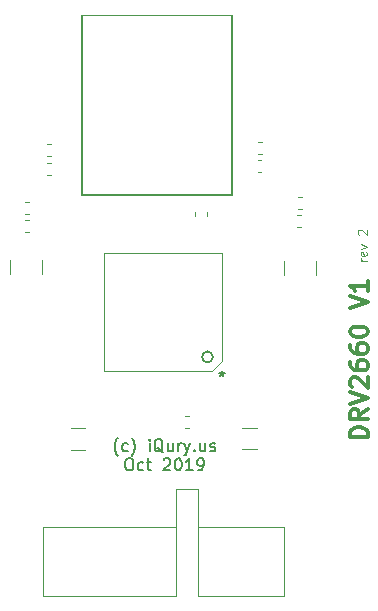
<source format=gto>
G04 #@! TF.GenerationSoftware,KiCad,Pcbnew,(5.1.0-1558-g0ba0c1724)*
G04 #@! TF.CreationDate,2019-10-02T21:32:34-07:00*
G04 #@! TF.ProjectId,TMC2660_Driver,544d4332-3636-4305-9f44-72697665722e,rev?*
G04 #@! TF.SameCoordinates,Original*
G04 #@! TF.FileFunction,Legend,Top*
G04 #@! TF.FilePolarity,Positive*
%FSLAX46Y46*%
G04 Gerber Fmt 4.6, Leading zero omitted, Abs format (unit mm)*
G04 Created by KiCad (PCBNEW (5.1.0-1558-g0ba0c1724)) date 2019-10-02 21:32:34*
%MOMM*%
%LPD*%
G04 APERTURE LIST*
%ADD10C,0.150000*%
%ADD11C,0.100000*%
%ADD12C,0.300000*%
%ADD13C,0.120000*%
%ADD14C,0.152400*%
G04 APERTURE END LIST*
D10*
X132080000Y-94956380D02*
X132080000Y-95194476D01*
X131841904Y-95099238D02*
X132080000Y-95194476D01*
X132318095Y-95099238D01*
X131937142Y-95384952D02*
X132080000Y-95194476D01*
X132222857Y-95384952D01*
X123301619Y-102136333D02*
X123254000Y-102088714D01*
X123158761Y-101945857D01*
X123111142Y-101850619D01*
X123063523Y-101707761D01*
X123015904Y-101469666D01*
X123015904Y-101279190D01*
X123063523Y-101041095D01*
X123111142Y-100898238D01*
X123158761Y-100803000D01*
X123254000Y-100660142D01*
X123301619Y-100612523D01*
X124111142Y-101707761D02*
X124015904Y-101755380D01*
X123825428Y-101755380D01*
X123730190Y-101707761D01*
X123682571Y-101660142D01*
X123634952Y-101564904D01*
X123634952Y-101279190D01*
X123682571Y-101183952D01*
X123730190Y-101136333D01*
X123825428Y-101088714D01*
X124015904Y-101088714D01*
X124111142Y-101136333D01*
X124444476Y-102136333D02*
X124492095Y-102088714D01*
X124587333Y-101945857D01*
X124634952Y-101850619D01*
X124682571Y-101707761D01*
X124730190Y-101469666D01*
X124730190Y-101279190D01*
X124682571Y-101041095D01*
X124634952Y-100898238D01*
X124587333Y-100803000D01*
X124492095Y-100660142D01*
X124444476Y-100612523D01*
X125968285Y-101755380D02*
X125968285Y-101088714D01*
X125968285Y-100755380D02*
X125920666Y-100803000D01*
X125968285Y-100850619D01*
X126015904Y-100803000D01*
X125968285Y-100755380D01*
X125968285Y-100850619D01*
X127111142Y-101850619D02*
X127015904Y-101803000D01*
X126920666Y-101707761D01*
X126777809Y-101564904D01*
X126682571Y-101517285D01*
X126587333Y-101517285D01*
X126634952Y-101755380D02*
X126539714Y-101707761D01*
X126444476Y-101612523D01*
X126396857Y-101422047D01*
X126396857Y-101088714D01*
X126444476Y-100898238D01*
X126539714Y-100803000D01*
X126634952Y-100755380D01*
X126825428Y-100755380D01*
X126920666Y-100803000D01*
X127015904Y-100898238D01*
X127063523Y-101088714D01*
X127063523Y-101422047D01*
X127015904Y-101612523D01*
X126920666Y-101707761D01*
X126825428Y-101755380D01*
X126634952Y-101755380D01*
X127920666Y-101088714D02*
X127920666Y-101755380D01*
X127492095Y-101088714D02*
X127492095Y-101612523D01*
X127539714Y-101707761D01*
X127634952Y-101755380D01*
X127777809Y-101755380D01*
X127873047Y-101707761D01*
X127920666Y-101660142D01*
X128396857Y-101755380D02*
X128396857Y-101088714D01*
X128396857Y-101279190D02*
X128444476Y-101183952D01*
X128492095Y-101136333D01*
X128587333Y-101088714D01*
X128682571Y-101088714D01*
X128920666Y-101088714D02*
X129158761Y-101755380D01*
X129396857Y-101088714D02*
X129158761Y-101755380D01*
X129063523Y-101993476D01*
X129015904Y-102041095D01*
X128920666Y-102088714D01*
X129777809Y-101660142D02*
X129825428Y-101707761D01*
X129777809Y-101755380D01*
X129730190Y-101707761D01*
X129777809Y-101660142D01*
X129777809Y-101755380D01*
X130682571Y-101088714D02*
X130682571Y-101755380D01*
X130254000Y-101088714D02*
X130254000Y-101612523D01*
X130301619Y-101707761D01*
X130396857Y-101755380D01*
X130539714Y-101755380D01*
X130634952Y-101707761D01*
X130682571Y-101660142D01*
X131111142Y-101707761D02*
X131206380Y-101755380D01*
X131396857Y-101755380D01*
X131492095Y-101707761D01*
X131539714Y-101612523D01*
X131539714Y-101564904D01*
X131492095Y-101469666D01*
X131396857Y-101422047D01*
X131254000Y-101422047D01*
X131158761Y-101374428D01*
X131111142Y-101279190D01*
X131111142Y-101231571D01*
X131158761Y-101136333D01*
X131254000Y-101088714D01*
X131396857Y-101088714D01*
X131492095Y-101136333D01*
X124158761Y-102365380D02*
X124349238Y-102365380D01*
X124444476Y-102413000D01*
X124539714Y-102508238D01*
X124587333Y-102698714D01*
X124587333Y-103032047D01*
X124539714Y-103222523D01*
X124444476Y-103317761D01*
X124349238Y-103365380D01*
X124158761Y-103365380D01*
X124063523Y-103317761D01*
X123968285Y-103222523D01*
X123920666Y-103032047D01*
X123920666Y-102698714D01*
X123968285Y-102508238D01*
X124063523Y-102413000D01*
X124158761Y-102365380D01*
X125444476Y-103317761D02*
X125349238Y-103365380D01*
X125158761Y-103365380D01*
X125063523Y-103317761D01*
X125015904Y-103270142D01*
X124968285Y-103174904D01*
X124968285Y-102889190D01*
X125015904Y-102793952D01*
X125063523Y-102746333D01*
X125158761Y-102698714D01*
X125349238Y-102698714D01*
X125444476Y-102746333D01*
X125730190Y-102698714D02*
X126111142Y-102698714D01*
X125873047Y-102365380D02*
X125873047Y-103222523D01*
X125920666Y-103317761D01*
X126015904Y-103365380D01*
X126111142Y-103365380D01*
X127158761Y-102460619D02*
X127206380Y-102413000D01*
X127301619Y-102365380D01*
X127539714Y-102365380D01*
X127634952Y-102413000D01*
X127682571Y-102460619D01*
X127730190Y-102555857D01*
X127730190Y-102651095D01*
X127682571Y-102793952D01*
X127111142Y-103365380D01*
X127730190Y-103365380D01*
X128349238Y-102365380D02*
X128444476Y-102365380D01*
X128539714Y-102413000D01*
X128587333Y-102460619D01*
X128634952Y-102555857D01*
X128682571Y-102746333D01*
X128682571Y-102984428D01*
X128634952Y-103174904D01*
X128587333Y-103270142D01*
X128539714Y-103317761D01*
X128444476Y-103365380D01*
X128349238Y-103365380D01*
X128254000Y-103317761D01*
X128206380Y-103270142D01*
X128158761Y-103174904D01*
X128111142Y-102984428D01*
X128111142Y-102746333D01*
X128158761Y-102555857D01*
X128206380Y-102460619D01*
X128254000Y-102413000D01*
X128349238Y-102365380D01*
X129634952Y-103365380D02*
X129063523Y-103365380D01*
X129349238Y-103365380D02*
X129349238Y-102365380D01*
X129254000Y-102508238D01*
X129158761Y-102603476D01*
X129063523Y-102651095D01*
X130111142Y-103365380D02*
X130301619Y-103365380D01*
X130396857Y-103317761D01*
X130444476Y-103270142D01*
X130539714Y-103127285D01*
X130587333Y-102936809D01*
X130587333Y-102555857D01*
X130539714Y-102460619D01*
X130492095Y-102413000D01*
X130396857Y-102365380D01*
X130206380Y-102365380D01*
X130111142Y-102413000D01*
X130063523Y-102460619D01*
X130015904Y-102555857D01*
X130015904Y-102793952D01*
X130063523Y-102889190D01*
X130111142Y-102936809D01*
X130206380Y-102984428D01*
X130396857Y-102984428D01*
X130492095Y-102936809D01*
X130539714Y-102889190D01*
X130587333Y-102793952D01*
D11*
X144357285Y-85631571D02*
X143857285Y-85631571D01*
X144000142Y-85631571D02*
X143928714Y-85595857D01*
X143893000Y-85560142D01*
X143857285Y-85488714D01*
X143857285Y-85417285D01*
X144321571Y-84881571D02*
X144357285Y-84953000D01*
X144357285Y-85095857D01*
X144321571Y-85167285D01*
X144250142Y-85203000D01*
X143964428Y-85203000D01*
X143893000Y-85167285D01*
X143857285Y-85095857D01*
X143857285Y-84953000D01*
X143893000Y-84881571D01*
X143964428Y-84845857D01*
X144035857Y-84845857D01*
X144107285Y-85203000D01*
X143857285Y-84595857D02*
X144357285Y-84417285D01*
X143857285Y-84238714D01*
X143678714Y-83417285D02*
X143643000Y-83381571D01*
X143607285Y-83310142D01*
X143607285Y-83131571D01*
X143643000Y-83060142D01*
X143678714Y-83024428D01*
X143750142Y-82988714D01*
X143821571Y-82988714D01*
X143928714Y-83024428D01*
X144357285Y-83453000D01*
X144357285Y-82988714D01*
D12*
X144442571Y-100551428D02*
X142942571Y-100551428D01*
X142942571Y-100194285D01*
X143014000Y-99980000D01*
X143156857Y-99837142D01*
X143299714Y-99765714D01*
X143585428Y-99694285D01*
X143799714Y-99694285D01*
X144085428Y-99765714D01*
X144228285Y-99837142D01*
X144371142Y-99980000D01*
X144442571Y-100194285D01*
X144442571Y-100551428D01*
X144442571Y-98194285D02*
X143728285Y-98694285D01*
X144442571Y-99051428D02*
X142942571Y-99051428D01*
X142942571Y-98480000D01*
X143014000Y-98337142D01*
X143085428Y-98265714D01*
X143228285Y-98194285D01*
X143442571Y-98194285D01*
X143585428Y-98265714D01*
X143656857Y-98337142D01*
X143728285Y-98480000D01*
X143728285Y-99051428D01*
X142942571Y-97765714D02*
X144442571Y-97265714D01*
X142942571Y-96765714D01*
X143085428Y-96337142D02*
X143014000Y-96265714D01*
X142942571Y-96122857D01*
X142942571Y-95765714D01*
X143014000Y-95622857D01*
X143085428Y-95551428D01*
X143228285Y-95480000D01*
X143371142Y-95480000D01*
X143585428Y-95551428D01*
X144442571Y-96408571D01*
X144442571Y-95480000D01*
X142942571Y-94194285D02*
X142942571Y-94480000D01*
X143014000Y-94622857D01*
X143085428Y-94694285D01*
X143299714Y-94837142D01*
X143585428Y-94908571D01*
X144156857Y-94908571D01*
X144299714Y-94837142D01*
X144371142Y-94765714D01*
X144442571Y-94622857D01*
X144442571Y-94337142D01*
X144371142Y-94194285D01*
X144299714Y-94122857D01*
X144156857Y-94051428D01*
X143799714Y-94051428D01*
X143656857Y-94122857D01*
X143585428Y-94194285D01*
X143514000Y-94337142D01*
X143514000Y-94622857D01*
X143585428Y-94765714D01*
X143656857Y-94837142D01*
X143799714Y-94908571D01*
X142942571Y-92765714D02*
X142942571Y-93051428D01*
X143014000Y-93194285D01*
X143085428Y-93265714D01*
X143299714Y-93408571D01*
X143585428Y-93480000D01*
X144156857Y-93480000D01*
X144299714Y-93408571D01*
X144371142Y-93337142D01*
X144442571Y-93194285D01*
X144442571Y-92908571D01*
X144371142Y-92765714D01*
X144299714Y-92694285D01*
X144156857Y-92622857D01*
X143799714Y-92622857D01*
X143656857Y-92694285D01*
X143585428Y-92765714D01*
X143514000Y-92908571D01*
X143514000Y-93194285D01*
X143585428Y-93337142D01*
X143656857Y-93408571D01*
X143799714Y-93480000D01*
X142942571Y-91694285D02*
X142942571Y-91551428D01*
X143014000Y-91408571D01*
X143085428Y-91337142D01*
X143228285Y-91265714D01*
X143514000Y-91194285D01*
X143871142Y-91194285D01*
X144156857Y-91265714D01*
X144299714Y-91337142D01*
X144371142Y-91408571D01*
X144442571Y-91551428D01*
X144442571Y-91694285D01*
X144371142Y-91837142D01*
X144299714Y-91908571D01*
X144156857Y-91980000D01*
X143871142Y-92051428D01*
X143514000Y-92051428D01*
X143228285Y-91980000D01*
X143085428Y-91908571D01*
X143014000Y-91837142D01*
X142942571Y-91694285D01*
X142942571Y-89622857D02*
X144442571Y-89122857D01*
X142942571Y-88622857D01*
X144442571Y-87337142D02*
X144442571Y-88194285D01*
X144442571Y-87765714D02*
X142942571Y-87765714D01*
X143156857Y-87908571D01*
X143299714Y-88051428D01*
X143371142Y-88194285D01*
D11*
X132969000Y-64852200D02*
X120269000Y-64852200D01*
D10*
X132969000Y-64846200D02*
X132969000Y-80086200D01*
X132969000Y-80086200D02*
X120269000Y-80086200D01*
X120269000Y-64846200D02*
X120269000Y-80086200D01*
D13*
X128252800Y-108185200D02*
X128252800Y-104985200D01*
X128252800Y-104985200D02*
X130052800Y-104985200D01*
X130052800Y-104985200D02*
X130052800Y-108185200D01*
X116952800Y-108185200D02*
X128252800Y-108185200D01*
X128252800Y-108185200D02*
X128252800Y-113985200D01*
X128252800Y-113985200D02*
X116952800Y-113985200D01*
X116952800Y-113985200D02*
X116952800Y-108185200D01*
X137352800Y-108185200D02*
X130052800Y-108185200D01*
X130052800Y-113985200D02*
X137352800Y-113985200D01*
X130052800Y-108185200D02*
X130052800Y-113985200D01*
X137352800Y-108185200D02*
X137352800Y-113985200D01*
D14*
X131334606Y-93766640D02*
G75*
G03X131334606Y-93766640I-463646J0D01*
G01*
D11*
X132101600Y-84992200D02*
X122101600Y-84992200D01*
X122101600Y-94992200D02*
X122101600Y-84992200D01*
X131251600Y-94992200D02*
X122101600Y-94992200D01*
X132101600Y-84992200D02*
X132101600Y-94142200D01*
X132101600Y-94142200D02*
X131251600Y-94992200D01*
D13*
X137374800Y-86806664D02*
X137374800Y-85602536D01*
X140094800Y-86806664D02*
X140094800Y-85602536D01*
X138495721Y-82806000D02*
X138821279Y-82806000D01*
X138495721Y-81786000D02*
X138821279Y-81786000D01*
X114133800Y-86781264D02*
X114133800Y-85577136D01*
X116853800Y-86781264D02*
X116853800Y-85577136D01*
X115732779Y-82167000D02*
X115407221Y-82167000D01*
X115732779Y-83187000D02*
X115407221Y-83187000D01*
X138521221Y-81282000D02*
X138846779Y-81282000D01*
X138521221Y-80262000D02*
X138846779Y-80262000D01*
X117312121Y-78386400D02*
X117637679Y-78386400D01*
X117312121Y-77366400D02*
X117637679Y-77366400D01*
X117312121Y-76786200D02*
X117637679Y-76786200D01*
X117312121Y-75766200D02*
X117637679Y-75766200D01*
X135493879Y-75563000D02*
X135168321Y-75563000D01*
X135493879Y-76583000D02*
X135168321Y-76583000D01*
X135443279Y-77087000D02*
X135117721Y-77087000D01*
X135443279Y-78107000D02*
X135117721Y-78107000D01*
X115758279Y-80643000D02*
X115432721Y-80643000D01*
X115758279Y-81663000D02*
X115432721Y-81663000D01*
X128996221Y-99824000D02*
X129321779Y-99824000D01*
X128996221Y-98804000D02*
X129321779Y-98804000D01*
X129792000Y-81498221D02*
X129792000Y-81823779D01*
X130812000Y-81498221D02*
X130812000Y-81823779D01*
X120493064Y-99801000D02*
X119288936Y-99801000D01*
X120493064Y-101621000D02*
X119288936Y-101621000D01*
X133840136Y-101595600D02*
X135044264Y-101595600D01*
X133840136Y-99775600D02*
X135044264Y-99775600D01*
M02*

</source>
